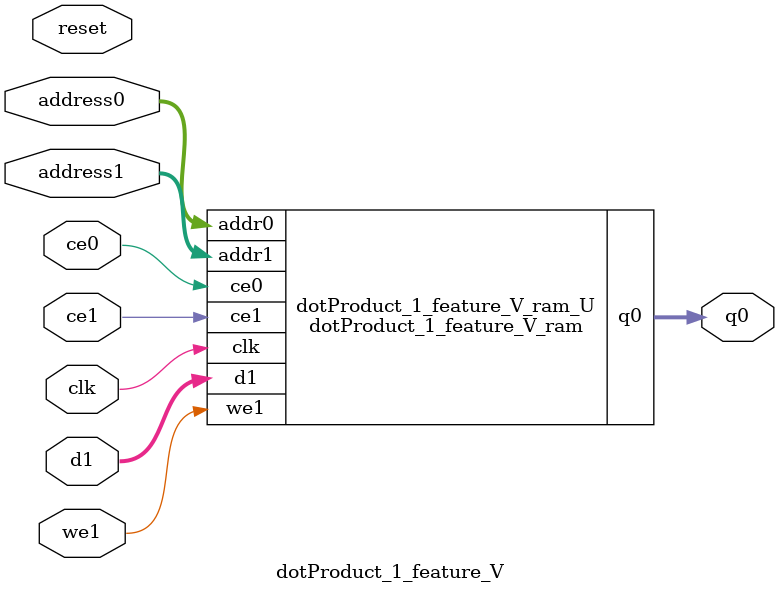
<source format=v>
`timescale 1 ns / 1 ps
module dotProduct_1_feature_V_ram (addr0, ce0, q0, addr1, ce1, d1, we1,  clk);

parameter DWIDTH = 16;
parameter AWIDTH = 9;
parameter MEM_SIZE = 512;

input[AWIDTH-1:0] addr0;
input ce0;
output wire[DWIDTH-1:0] q0;
input[AWIDTH-1:0] addr1;
input ce1;
input[DWIDTH-1:0] d1;
input we1;
input clk;

(* ram_style = "block" *)reg [DWIDTH-1:0] ram[0:MEM_SIZE-1];
reg [DWIDTH-1:0] q0_t0;
reg [DWIDTH-1:0] q0_t1;

genvar i;
generate
    for (i=0; i<MEM_SIZE; i=i+1) begin
        initial ram[i] = DWIDTH'd0;
    end
endgenerate

assign q0 = q0_t1;

always @(posedge clk)  
begin
    if (ce0) 
    begin
        q0_t1 <= q0_t0;
    end
end


always @(posedge clk)  
begin 
    if (ce0) begin
        q0_t0 <= ram[addr0];
    end
end


always @(posedge clk)  
begin 
    if (ce1) begin
        if (we1) 
            ram[addr1] <= d1; 
    end
end


endmodule

`timescale 1 ns / 1 ps
module dotProduct_1_feature_V(
    reset,
    clk,
    address0,
    ce0,
    q0,
    address1,
    ce1,
    we1,
    d1);

parameter DataWidth = 32'd16;
parameter AddressRange = 32'd512;
parameter AddressWidth = 32'd9;
input reset;
input clk;
input[AddressWidth - 1:0] address0;
input ce0;
output[DataWidth - 1:0] q0;
input[AddressWidth - 1:0] address1;
input ce1;
input we1;
input[DataWidth - 1:0] d1;



dotProduct_1_feature_V_ram dotProduct_1_feature_V_ram_U(
    .clk( clk ),
    .addr0( address0 ),
    .ce0( ce0 ),
    .q0( q0 ),
    .addr1( address1 ),
    .ce1( ce1 ),
    .we1( we1 ),
    .d1( d1 ));

endmodule


</source>
